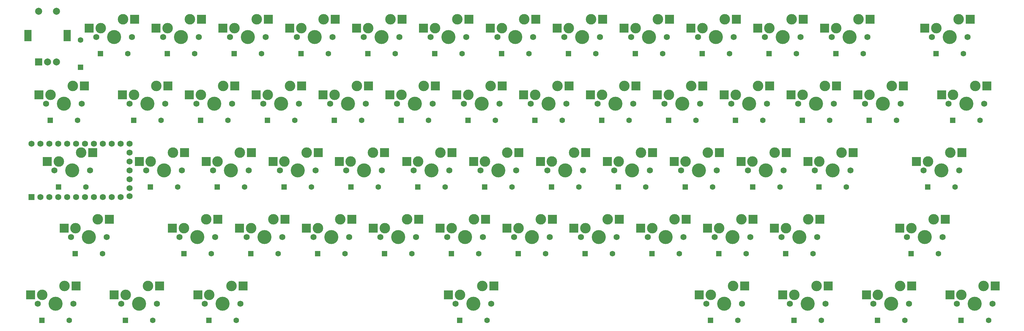
<source format=gbr>
%TF.GenerationSoftware,KiCad,Pcbnew,(5.1.9)-1*%
%TF.CreationDate,2021-02-15T19:25:36-05:00*%
%TF.ProjectId,60percent,36307065-7263-4656-9e74-2e6b69636164,rev?*%
%TF.SameCoordinates,Original*%
%TF.FileFunction,Soldermask,Bot*%
%TF.FilePolarity,Negative*%
%FSLAX46Y46*%
G04 Gerber Fmt 4.6, Leading zero omitted, Abs format (unit mm)*
G04 Created by KiCad (PCBNEW (5.1.9)-1) date 2021-02-15 19:25:36*
%MOMM*%
%LPD*%
G01*
G04 APERTURE LIST*
%ADD10R,1.600000X1.600000*%
%ADD11C,1.600000*%
%ADD12R,2.550000X2.500000*%
%ADD13C,1.750000*%
%ADD14C,4.000000*%
%ADD15C,3.000000*%
%ADD16C,2.000000*%
%ADD17R,2.000000X3.200000*%
%ADD18R,2.000000X2.000000*%
%ADD19R,1.752600X1.752600*%
%ADD20C,1.752600*%
G04 APERTURE END LIST*
D10*
%TO.C,D1*%
X85725000Y-82480750D03*
D11*
X85725000Y-74680750D03*
%TD*%
D10*
%TO.C,D2*%
X91350000Y-78580750D03*
D11*
X99150000Y-78580750D03*
%TD*%
D10*
%TO.C,D3*%
X110400000Y-78580750D03*
D11*
X118200000Y-78580750D03*
%TD*%
%TO.C,D4*%
X137250000Y-78580750D03*
D10*
X129450000Y-78580750D03*
%TD*%
%TO.C,D5*%
X148499500Y-78580750D03*
D11*
X156299500Y-78580750D03*
%TD*%
D10*
%TO.C,D6*%
X167549500Y-78580750D03*
D11*
X175349500Y-78580750D03*
%TD*%
%TO.C,D7*%
X194399500Y-78580750D03*
D10*
X186599500Y-78580750D03*
%TD*%
%TO.C,D8*%
X205649500Y-78580750D03*
D11*
X213449500Y-78580750D03*
%TD*%
D10*
%TO.C,D9*%
X224699500Y-78580750D03*
D11*
X232499500Y-78580750D03*
%TD*%
%TO.C,D10*%
X251549500Y-78580750D03*
D10*
X243749500Y-78580750D03*
%TD*%
D11*
%TO.C,D11*%
X270599500Y-78580750D03*
D10*
X262799500Y-78580750D03*
%TD*%
%TO.C,D12*%
X281849500Y-78580750D03*
D11*
X289649500Y-78580750D03*
%TD*%
%TO.C,D13*%
X308699500Y-78580750D03*
D10*
X300899500Y-78580750D03*
%TD*%
D11*
%TO.C,D14*%
X337275500Y-78580750D03*
D10*
X329475500Y-78580750D03*
%TD*%
D11*
%TO.C,D15*%
X84862500Y-97630750D03*
D10*
X77062500Y-97630750D03*
%TD*%
D11*
%TO.C,D16*%
X108675000Y-97630750D03*
D10*
X100875000Y-97630750D03*
%TD*%
%TO.C,D17*%
X119925000Y-97630750D03*
D11*
X127725000Y-97630750D03*
%TD*%
%TO.C,D18*%
X146775000Y-97630750D03*
D10*
X138975000Y-97630750D03*
%TD*%
D11*
%TO.C,D19*%
X165825500Y-97630750D03*
D10*
X158025500Y-97630750D03*
%TD*%
%TO.C,D20*%
X177075500Y-97630750D03*
D11*
X184875500Y-97630750D03*
%TD*%
D10*
%TO.C,D21*%
X196125500Y-97630750D03*
D11*
X203925500Y-97630750D03*
%TD*%
D10*
%TO.C,D22*%
X215175500Y-97630750D03*
D11*
X222975500Y-97630750D03*
%TD*%
%TO.C,D23*%
X242025500Y-97630750D03*
D10*
X234225500Y-97630750D03*
%TD*%
%TO.C,D24*%
X253275500Y-97630750D03*
D11*
X261075500Y-97630750D03*
%TD*%
%TO.C,D25*%
X280125500Y-97630750D03*
D10*
X272325500Y-97630750D03*
%TD*%
%TO.C,D26*%
X291375500Y-97630750D03*
D11*
X299175500Y-97630750D03*
%TD*%
%TO.C,D27*%
X318225500Y-97630750D03*
D10*
X310425500Y-97630750D03*
%TD*%
%TO.C,D28*%
X334237500Y-97630750D03*
D11*
X342037500Y-97630750D03*
%TD*%
D10*
%TO.C,D29*%
X79443700Y-116680750D03*
D11*
X87243700Y-116680750D03*
%TD*%
D10*
%TO.C,D30*%
X105637500Y-116680750D03*
D11*
X113437500Y-116680750D03*
%TD*%
D10*
%TO.C,D31*%
X124687500Y-116680750D03*
D11*
X132487500Y-116680750D03*
%TD*%
%TO.C,D32*%
X151537500Y-116680750D03*
D10*
X143737500Y-116680750D03*
%TD*%
%TO.C,D33*%
X162787500Y-116680750D03*
D11*
X170587500Y-116680750D03*
%TD*%
%TO.C,D34*%
X189637500Y-116680750D03*
D10*
X181837500Y-116680750D03*
%TD*%
%TO.C,D35*%
X200887500Y-116680750D03*
D11*
X208687500Y-116680750D03*
%TD*%
%TO.C,D36*%
X227737500Y-116680750D03*
D10*
X219937500Y-116680750D03*
%TD*%
%TO.C,D37*%
X238987500Y-116680750D03*
D11*
X246787500Y-116680750D03*
%TD*%
%TO.C,D38*%
X265837500Y-116680750D03*
D10*
X258037500Y-116680750D03*
%TD*%
%TO.C,D39*%
X277203500Y-116680750D03*
D11*
X285003500Y-116680750D03*
%TD*%
%TO.C,D40*%
X303937500Y-116680750D03*
D10*
X296137500Y-116680750D03*
%TD*%
D11*
%TO.C,D41*%
X334893500Y-116680750D03*
D10*
X327093500Y-116680750D03*
%TD*%
D11*
%TO.C,D42*%
X92006300Y-135730750D03*
D10*
X84206300Y-135730750D03*
%TD*%
%TO.C,D43*%
X115162500Y-135730750D03*
D11*
X122962500Y-135730750D03*
%TD*%
%TO.C,D44*%
X142012500Y-135730750D03*
D10*
X134212500Y-135730750D03*
%TD*%
%TO.C,D45*%
X153262500Y-135730750D03*
D11*
X161062500Y-135730750D03*
%TD*%
%TO.C,D46*%
X180112500Y-135730750D03*
D10*
X172312500Y-135730750D03*
%TD*%
%TO.C,D47*%
X191362500Y-135730750D03*
D11*
X199162500Y-135730750D03*
%TD*%
%TO.C,D48*%
X218212500Y-135730750D03*
D10*
X210412500Y-135730750D03*
%TD*%
%TO.C,D49*%
X229462500Y-135730750D03*
D11*
X237262500Y-135730750D03*
%TD*%
%TO.C,D50*%
X256312500Y-135730750D03*
D10*
X248512500Y-135730750D03*
%TD*%
D11*
%TO.C,D51*%
X275362500Y-135730750D03*
D10*
X267562500Y-135730750D03*
%TD*%
D11*
%TO.C,D52*%
X294412500Y-135730750D03*
D10*
X286612500Y-135730750D03*
%TD*%
%TO.C,D53*%
X322331500Y-135730750D03*
D11*
X330131500Y-135730750D03*
%TD*%
%TO.C,D54*%
X82481300Y-154780750D03*
D10*
X74681300Y-154780750D03*
%TD*%
%TO.C,D55*%
X98493700Y-154780750D03*
D11*
X106293700Y-154780750D03*
%TD*%
%TO.C,D56*%
X130106300Y-154780750D03*
D10*
X122306300Y-154780750D03*
%TD*%
%TO.C,D57*%
X193743500Y-154780750D03*
D11*
X201543500Y-154780750D03*
%TD*%
%TO.C,D58*%
X272981500Y-154780750D03*
D10*
X265181500Y-154780750D03*
%TD*%
%TO.C,D59*%
X288993500Y-154780750D03*
D11*
X296793500Y-154780750D03*
%TD*%
%TO.C,D60*%
X320606500Y-154780750D03*
D10*
X312806500Y-154780750D03*
%TD*%
%TO.C,D61*%
X336618500Y-154780750D03*
D11*
X344418500Y-154780750D03*
%TD*%
D12*
%TO.C,K1*%
X101092000Y-68738750D03*
X88165000Y-71278750D03*
D13*
X100330000Y-73818750D03*
X90170000Y-73818750D03*
D14*
X95250000Y-73818750D03*
D15*
X97790000Y-68738750D03*
X91440000Y-71278750D03*
%TD*%
%TO.C,K2*%
X110490000Y-71278750D03*
X116840000Y-68738750D03*
D14*
X114300000Y-73818750D03*
D13*
X109220000Y-73818750D03*
X119380000Y-73818750D03*
D12*
X107215000Y-71278750D03*
X120142000Y-68738750D03*
%TD*%
D15*
%TO.C,K3*%
X129540000Y-71278750D03*
X135890000Y-68738750D03*
D14*
X133350000Y-73818750D03*
D13*
X128270000Y-73818750D03*
X138430000Y-73818750D03*
D12*
X126265000Y-71278750D03*
X139192000Y-68738750D03*
%TD*%
%TO.C,K4*%
X158241500Y-68738750D03*
X145314500Y-71278750D03*
D13*
X157479500Y-73818750D03*
X147319500Y-73818750D03*
D14*
X152399500Y-73818750D03*
D15*
X154939500Y-68738750D03*
X148589500Y-71278750D03*
%TD*%
%TO.C,K5*%
X167639500Y-71278750D03*
X173989500Y-68738750D03*
D14*
X171449500Y-73818750D03*
D13*
X166369500Y-73818750D03*
X176529500Y-73818750D03*
D12*
X164364500Y-71278750D03*
X177291500Y-68738750D03*
%TD*%
%TO.C,K6*%
X196341500Y-68738750D03*
X183414500Y-71278750D03*
D13*
X195579500Y-73818750D03*
X185419500Y-73818750D03*
D14*
X190499500Y-73818750D03*
D15*
X193039500Y-68738750D03*
X186689500Y-71278750D03*
%TD*%
D12*
%TO.C,K7*%
X215391500Y-68738750D03*
X202464500Y-71278750D03*
D13*
X214629500Y-73818750D03*
X204469500Y-73818750D03*
D14*
X209549500Y-73818750D03*
D15*
X212089500Y-68738750D03*
X205739500Y-71278750D03*
%TD*%
D12*
%TO.C,K8*%
X234441500Y-68738750D03*
X221514500Y-71278750D03*
D13*
X233679500Y-73818750D03*
X223519500Y-73818750D03*
D14*
X228599500Y-73818750D03*
D15*
X231139500Y-68738750D03*
X224789500Y-71278750D03*
%TD*%
%TO.C,K9*%
X243839500Y-71278750D03*
X250189500Y-68738750D03*
D14*
X247649500Y-73818750D03*
D13*
X242569500Y-73818750D03*
X252729500Y-73818750D03*
D12*
X240564500Y-71278750D03*
X253491500Y-68738750D03*
%TD*%
D15*
%TO.C,K10*%
X262889500Y-71278750D03*
X269239500Y-68738750D03*
D14*
X266699500Y-73818750D03*
D13*
X261619500Y-73818750D03*
X271779500Y-73818750D03*
D12*
X259614500Y-71278750D03*
X272541500Y-68738750D03*
%TD*%
%TO.C,K11*%
X291591500Y-68738750D03*
X278664500Y-71278750D03*
D13*
X290829500Y-73818750D03*
X280669500Y-73818750D03*
D14*
X285749500Y-73818750D03*
D15*
X288289500Y-68738750D03*
X281939500Y-71278750D03*
%TD*%
D12*
%TO.C,K12*%
X310641500Y-68738750D03*
X297714500Y-71278750D03*
D13*
X309879500Y-73818750D03*
X299719500Y-73818750D03*
D14*
X304799500Y-73818750D03*
D15*
X307339500Y-68738750D03*
X300989500Y-71278750D03*
%TD*%
%TO.C,K13*%
X329565500Y-71278750D03*
X335915500Y-68738750D03*
D14*
X333375500Y-73818750D03*
D13*
X328295500Y-73818750D03*
X338455500Y-73818750D03*
D12*
X326290500Y-71278750D03*
X339217500Y-68738750D03*
%TD*%
D15*
%TO.C,K14*%
X77152500Y-90328750D03*
X83502500Y-87788750D03*
D14*
X80962500Y-92868750D03*
D13*
X75882500Y-92868750D03*
X86042500Y-92868750D03*
D12*
X73877500Y-90328750D03*
X86804500Y-87788750D03*
%TD*%
%TO.C,K27*%
X343979500Y-87788750D03*
X331052500Y-90328750D03*
D13*
X343217500Y-92868750D03*
X333057500Y-92868750D03*
D14*
X338137500Y-92868750D03*
D15*
X340677500Y-87788750D03*
X334327500Y-90328750D03*
%TD*%
%TO.C,K28*%
X79533700Y-109378750D03*
X85883700Y-106838750D03*
D14*
X83343700Y-111918750D03*
D13*
X78263700Y-111918750D03*
X88423700Y-111918750D03*
D12*
X76258700Y-109378750D03*
X89185700Y-106838750D03*
%TD*%
D15*
%TO.C,K29*%
X105727500Y-109378750D03*
X112077500Y-106838750D03*
D14*
X109537500Y-111918750D03*
D13*
X104457500Y-111918750D03*
X114617500Y-111918750D03*
D12*
X102452500Y-109378750D03*
X115379500Y-106838750D03*
%TD*%
%TO.C,K30*%
X134429500Y-106838750D03*
X121502500Y-109378750D03*
D13*
X133667500Y-111918750D03*
X123507500Y-111918750D03*
D14*
X128587500Y-111918750D03*
D15*
X131127500Y-106838750D03*
X124777500Y-109378750D03*
%TD*%
D12*
%TO.C,K31*%
X153479500Y-106838750D03*
X140552500Y-109378750D03*
D13*
X152717500Y-111918750D03*
X142557500Y-111918750D03*
D14*
X147637500Y-111918750D03*
D15*
X150177500Y-106838750D03*
X143827500Y-109378750D03*
%TD*%
D12*
%TO.C,K32*%
X172370500Y-106838750D03*
X159443500Y-109378750D03*
D13*
X171608500Y-111918750D03*
X161448500Y-111918750D03*
D14*
X166528500Y-111918750D03*
D15*
X169068500Y-106838750D03*
X162718500Y-109378750D03*
%TD*%
%TO.C,K33*%
X181927500Y-109378750D03*
X188277500Y-106838750D03*
D14*
X185737500Y-111918750D03*
D13*
X180657500Y-111918750D03*
X190817500Y-111918750D03*
D12*
X178652500Y-109378750D03*
X191579500Y-106838750D03*
%TD*%
%TO.C,K34*%
X210629500Y-106838750D03*
X197702500Y-109378750D03*
D13*
X209867500Y-111918750D03*
X199707500Y-111918750D03*
D14*
X204787500Y-111918750D03*
D15*
X207327500Y-106838750D03*
X200977500Y-109378750D03*
%TD*%
D12*
%TO.C,K35*%
X229679500Y-106838750D03*
X216752500Y-109378750D03*
D13*
X228917500Y-111918750D03*
X218757500Y-111918750D03*
D14*
X223837500Y-111918750D03*
D15*
X226377500Y-106838750D03*
X220027500Y-109378750D03*
%TD*%
%TO.C,K36*%
X239077500Y-109378750D03*
X245427500Y-106838750D03*
D14*
X242887500Y-111918750D03*
D13*
X237807500Y-111918750D03*
X247967500Y-111918750D03*
D12*
X235802500Y-109378750D03*
X248729500Y-106838750D03*
%TD*%
D15*
%TO.C,K37*%
X258127500Y-109378750D03*
X264477500Y-106838750D03*
D14*
X261937500Y-111918750D03*
D13*
X256857500Y-111918750D03*
X267017500Y-111918750D03*
D12*
X254852500Y-109378750D03*
X267779500Y-106838750D03*
%TD*%
D15*
%TO.C,K38*%
X277177500Y-109378750D03*
X283527500Y-106838750D03*
D14*
X280987500Y-111918750D03*
D13*
X275907500Y-111918750D03*
X286067500Y-111918750D03*
D12*
X273902500Y-109378750D03*
X286829500Y-106838750D03*
%TD*%
D15*
%TO.C,K39*%
X296227500Y-109378750D03*
X302577500Y-106838750D03*
D14*
X300037500Y-111918750D03*
D13*
X294957500Y-111918750D03*
X305117500Y-111918750D03*
D12*
X292952500Y-109378750D03*
X305879500Y-106838750D03*
%TD*%
D15*
%TO.C,K40*%
X327183500Y-109378750D03*
X333533500Y-106838750D03*
D14*
X330993500Y-111918750D03*
D13*
X325913500Y-111918750D03*
X336073500Y-111918750D03*
D12*
X323908500Y-109378750D03*
X336835500Y-106838750D03*
%TD*%
%TO.C,K41*%
X93948300Y-125888750D03*
X81021300Y-128428750D03*
D13*
X93186300Y-130968750D03*
X83026300Y-130968750D03*
D14*
X88106300Y-130968750D03*
D15*
X90646300Y-125888750D03*
X84296300Y-128428750D03*
%TD*%
%TO.C,K42*%
X115193700Y-128428750D03*
X121543700Y-125888750D03*
D14*
X119003700Y-130968750D03*
D13*
X113923700Y-130968750D03*
X124083700Y-130968750D03*
D12*
X111918700Y-128428750D03*
X124845700Y-125888750D03*
%TD*%
D15*
%TO.C,K43*%
X134302500Y-128428750D03*
X140652500Y-125888750D03*
D14*
X138112500Y-130968750D03*
D13*
X133032500Y-130968750D03*
X143192500Y-130968750D03*
D12*
X131027500Y-128428750D03*
X143954500Y-125888750D03*
%TD*%
D15*
%TO.C,K44*%
X153352500Y-128428750D03*
X159702500Y-125888750D03*
D14*
X157162500Y-130968750D03*
D13*
X152082500Y-130968750D03*
X162242500Y-130968750D03*
D12*
X150077500Y-128428750D03*
X163004500Y-125888750D03*
%TD*%
%TO.C,K45*%
X182054500Y-125888750D03*
X169127500Y-128428750D03*
D13*
X181292500Y-130968750D03*
X171132500Y-130968750D03*
D14*
X176212500Y-130968750D03*
D15*
X178752500Y-125888750D03*
X172402500Y-128428750D03*
%TD*%
D12*
%TO.C,K46*%
X201104500Y-125888750D03*
X188177500Y-128428750D03*
D13*
X200342500Y-130968750D03*
X190182500Y-130968750D03*
D14*
X195262500Y-130968750D03*
D15*
X197802500Y-125888750D03*
X191452500Y-128428750D03*
%TD*%
D12*
%TO.C,K47*%
X220154500Y-125888750D03*
X207227500Y-128428750D03*
D13*
X219392500Y-130968750D03*
X209232500Y-130968750D03*
D14*
X214312500Y-130968750D03*
D15*
X216852500Y-125888750D03*
X210502500Y-128428750D03*
%TD*%
D12*
%TO.C,K48*%
X239204500Y-125888750D03*
X226277500Y-128428750D03*
D13*
X238442500Y-130968750D03*
X228282500Y-130968750D03*
D14*
X233362500Y-130968750D03*
D15*
X235902500Y-125888750D03*
X229552500Y-128428750D03*
%TD*%
%TO.C,K49*%
X248602500Y-128428750D03*
X254952500Y-125888750D03*
D14*
X252412500Y-130968750D03*
D13*
X247332500Y-130968750D03*
X257492500Y-130968750D03*
D12*
X245327500Y-128428750D03*
X258254500Y-125888750D03*
%TD*%
D15*
%TO.C,K50*%
X267652500Y-128428750D03*
X274002500Y-125888750D03*
D14*
X271462500Y-130968750D03*
D13*
X266382500Y-130968750D03*
X276542500Y-130968750D03*
D12*
X264377500Y-128428750D03*
X277304500Y-125888750D03*
%TD*%
D15*
%TO.C,K51*%
X286702500Y-128428750D03*
X293052500Y-125888750D03*
D14*
X290512500Y-130968750D03*
D13*
X285432500Y-130968750D03*
X295592500Y-130968750D03*
D12*
X283427500Y-128428750D03*
X296354500Y-125888750D03*
%TD*%
D15*
%TO.C,K52*%
X322421500Y-128428750D03*
X328771500Y-125888750D03*
D14*
X326231500Y-130968750D03*
D13*
X321151500Y-130968750D03*
X331311500Y-130968750D03*
D12*
X319146500Y-128428750D03*
X332073500Y-125888750D03*
%TD*%
%TO.C,K53*%
X84423300Y-144938750D03*
X71496300Y-147478750D03*
D13*
X83661300Y-150018750D03*
X73501300Y-150018750D03*
D14*
X78581300Y-150018750D03*
D15*
X81121300Y-144938750D03*
X74771300Y-147478750D03*
%TD*%
%TO.C,K54*%
X98583700Y-147478750D03*
X104933700Y-144938750D03*
D14*
X102393700Y-150018750D03*
D13*
X97313700Y-150018750D03*
X107473700Y-150018750D03*
D12*
X95308700Y-147478750D03*
X108235700Y-144938750D03*
%TD*%
D15*
%TO.C,K55*%
X122396300Y-147478750D03*
X128746300Y-144938750D03*
D14*
X126206300Y-150018750D03*
D13*
X121126300Y-150018750D03*
X131286300Y-150018750D03*
D12*
X119121300Y-147478750D03*
X132048300Y-144938750D03*
%TD*%
D15*
%TO.C,K56*%
X193833500Y-147478750D03*
X200183500Y-144938750D03*
D14*
X197643500Y-150018750D03*
D13*
X192563500Y-150018750D03*
X202723500Y-150018750D03*
D12*
X190558500Y-147478750D03*
X203485500Y-144938750D03*
%TD*%
D15*
%TO.C,K57*%
X265271500Y-147478750D03*
X271621500Y-144938750D03*
D14*
X269081500Y-150018750D03*
D13*
X264001500Y-150018750D03*
X274161500Y-150018750D03*
D12*
X261996500Y-147478750D03*
X274923500Y-144938750D03*
%TD*%
%TO.C,K58*%
X298735500Y-144938750D03*
X285808500Y-147478750D03*
D13*
X297973500Y-150018750D03*
X287813500Y-150018750D03*
D14*
X292893500Y-150018750D03*
D15*
X295433500Y-144938750D03*
X289083500Y-147478750D03*
%TD*%
%TO.C,K59*%
X312896500Y-147478750D03*
X319246500Y-144938750D03*
D14*
X316706500Y-150018750D03*
D13*
X311626500Y-150018750D03*
X321786500Y-150018750D03*
D12*
X309621500Y-147478750D03*
X322548500Y-144938750D03*
%TD*%
%TO.C,K60*%
X346360500Y-144938750D03*
X333433500Y-147478750D03*
D13*
X345598500Y-150018750D03*
X335438500Y-150018750D03*
D14*
X340518500Y-150018750D03*
D15*
X343058500Y-144938750D03*
X336708500Y-147478750D03*
%TD*%
D16*
%TO.C,SW1*%
X78818700Y-66462750D03*
X73818700Y-66462750D03*
D17*
X81918700Y-73462750D03*
X70718700Y-73462750D03*
D16*
X78818700Y-80962750D03*
X76318700Y-80962750D03*
D18*
X73818700Y-80962750D03*
%TD*%
D19*
%TO.C,U1*%
X71755000Y-119538750D03*
D20*
X74295000Y-119538750D03*
X76835000Y-119538750D03*
X79375000Y-119538750D03*
X81915000Y-119538750D03*
X84455000Y-119538750D03*
X86995000Y-119538750D03*
X89535000Y-119538750D03*
X92075000Y-119538750D03*
X94615000Y-119538750D03*
X97155000Y-119538750D03*
X99695000Y-104298750D03*
X97155000Y-104298750D03*
X94615000Y-104298750D03*
X92075000Y-104298750D03*
X89535000Y-104298750D03*
X86995000Y-104298750D03*
X84455000Y-104298750D03*
X81915000Y-104298750D03*
X79375000Y-104298750D03*
X76835000Y-104298750D03*
X74295000Y-104298750D03*
X99695000Y-119310150D03*
X71755000Y-104298750D03*
X99695000Y-106838750D03*
X99695000Y-109378750D03*
X99695000Y-111918750D03*
X99695000Y-114458750D03*
X99695000Y-116998750D03*
%TD*%
D12*
%TO.C,K15*%
X110617000Y-87788750D03*
X97690000Y-90328750D03*
D13*
X109855000Y-92868750D03*
X99695000Y-92868750D03*
D14*
X104775000Y-92868750D03*
D15*
X107315000Y-87788750D03*
X100965000Y-90328750D03*
%TD*%
%TO.C,K16*%
X120015000Y-90328750D03*
X126365000Y-87788750D03*
D14*
X123825000Y-92868750D03*
D13*
X118745000Y-92868750D03*
X128905000Y-92868750D03*
D12*
X116740000Y-90328750D03*
X129667000Y-87788750D03*
%TD*%
%TO.C,K17*%
X148717000Y-87788750D03*
X135790000Y-90328750D03*
D13*
X147955000Y-92868750D03*
X137795000Y-92868750D03*
D14*
X142875000Y-92868750D03*
D15*
X145415000Y-87788750D03*
X139065000Y-90328750D03*
%TD*%
%TO.C,K18*%
X158115500Y-90328750D03*
X164465500Y-87788750D03*
D14*
X161925500Y-92868750D03*
D13*
X156845500Y-92868750D03*
X167005500Y-92868750D03*
D12*
X154840500Y-90328750D03*
X167767500Y-87788750D03*
%TD*%
D15*
%TO.C,K19*%
X177165500Y-90328750D03*
X183515500Y-87788750D03*
D14*
X180975500Y-92868750D03*
D13*
X175895500Y-92868750D03*
X186055500Y-92868750D03*
D12*
X173890500Y-90328750D03*
X186817500Y-87788750D03*
%TD*%
%TO.C,K20*%
X205867500Y-87788750D03*
X192940500Y-90328750D03*
D13*
X205105500Y-92868750D03*
X194945500Y-92868750D03*
D14*
X200025500Y-92868750D03*
D15*
X202565500Y-87788750D03*
X196215500Y-90328750D03*
%TD*%
D12*
%TO.C,K21*%
X224917500Y-87788750D03*
X211990500Y-90328750D03*
D13*
X224155500Y-92868750D03*
X213995500Y-92868750D03*
D14*
X219075500Y-92868750D03*
D15*
X221615500Y-87788750D03*
X215265500Y-90328750D03*
%TD*%
%TO.C,K22*%
X234315500Y-90328750D03*
X240665500Y-87788750D03*
D14*
X238125500Y-92868750D03*
D13*
X233045500Y-92868750D03*
X243205500Y-92868750D03*
D12*
X231040500Y-90328750D03*
X243967500Y-87788750D03*
%TD*%
D15*
%TO.C,K23*%
X253365500Y-90328750D03*
X259715500Y-87788750D03*
D14*
X257175500Y-92868750D03*
D13*
X252095500Y-92868750D03*
X262255500Y-92868750D03*
D12*
X250090500Y-90328750D03*
X263017500Y-87788750D03*
%TD*%
D15*
%TO.C,K24*%
X272415500Y-90328750D03*
X278765500Y-87788750D03*
D14*
X276225500Y-92868750D03*
D13*
X271145500Y-92868750D03*
X281305500Y-92868750D03*
D12*
X269140500Y-90328750D03*
X282067500Y-87788750D03*
%TD*%
%TO.C,K25*%
X301117500Y-87788750D03*
X288190500Y-90328750D03*
D13*
X300355500Y-92868750D03*
X290195500Y-92868750D03*
D14*
X295275500Y-92868750D03*
D15*
X297815500Y-87788750D03*
X291465500Y-90328750D03*
%TD*%
D12*
%TO.C,K26*%
X320167500Y-87788750D03*
X307240500Y-90328750D03*
D13*
X319405500Y-92868750D03*
X309245500Y-92868750D03*
D14*
X314325500Y-92868750D03*
D15*
X316865500Y-87788750D03*
X310515500Y-90328750D03*
%TD*%
M02*

</source>
